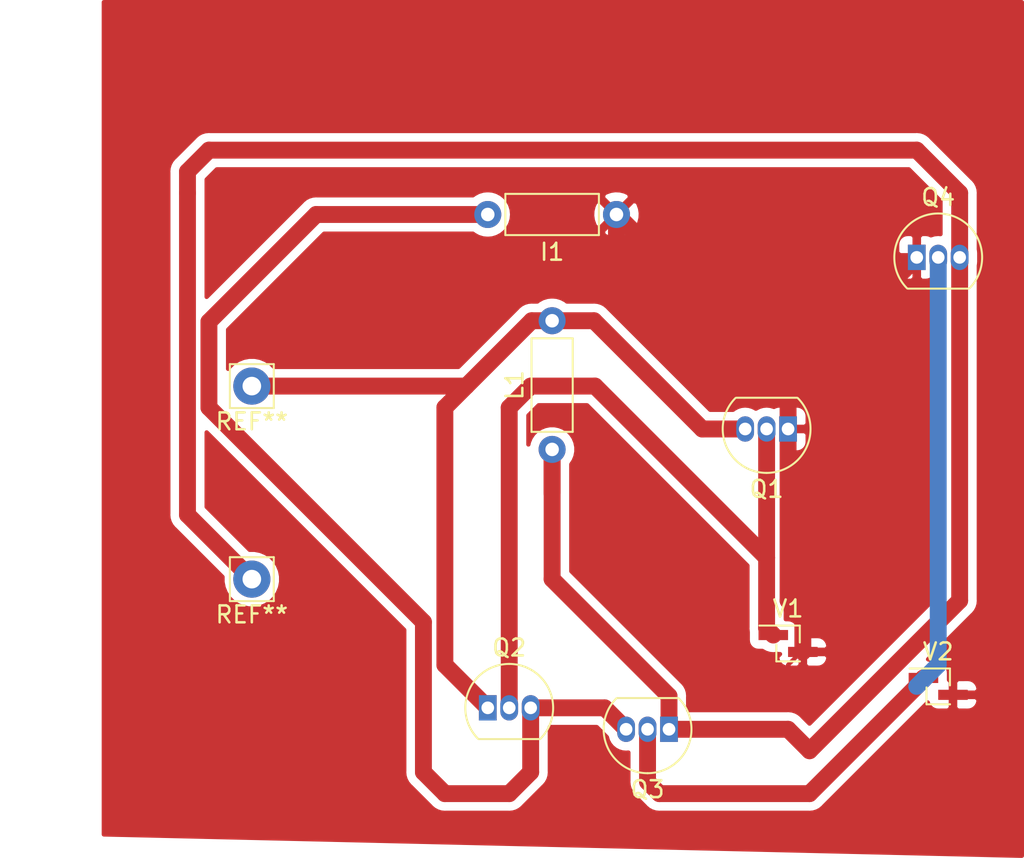
<source format=kicad_pcb>
(kicad_pcb (version 20171130) (host pcbnew "(5.1.4)-1")

  (general
    (thickness 1.6)
    (drawings 0)
    (tracks 57)
    (zones 0)
    (modules 10)
    (nets 7)
  )

  (page A4)
  (layers
    (0 F.Cu signal)
    (31 B.Cu signal)
    (32 B.Adhes user)
    (33 F.Adhes user)
    (34 B.Paste user)
    (35 F.Paste user)
    (36 B.SilkS user)
    (37 F.SilkS user)
    (38 B.Mask user)
    (39 F.Mask user)
    (40 Dwgs.User user)
    (41 Cmts.User user)
    (42 Eco1.User user)
    (43 Eco2.User user)
    (44 Edge.Cuts user)
    (45 Margin user)
    (46 B.CrtYd user)
    (47 F.CrtYd user)
    (48 B.Fab user)
    (49 F.Fab user)
  )

  (setup
    (last_trace_width 1)
    (user_trace_width 1)
    (trace_clearance 0.2)
    (zone_clearance 0.508)
    (zone_45_only no)
    (trace_min 0.2)
    (via_size 0.8)
    (via_drill 0.4)
    (via_min_size 0.4)
    (via_min_drill 0.3)
    (uvia_size 0.3)
    (uvia_drill 0.1)
    (uvias_allowed no)
    (uvia_min_size 0.2)
    (uvia_min_drill 0.1)
    (edge_width 0.05)
    (segment_width 0.2)
    (pcb_text_width 0.3)
    (pcb_text_size 1.5 1.5)
    (mod_edge_width 0.12)
    (mod_text_size 1 1)
    (mod_text_width 0.15)
    (pad_size 1.524 1.524)
    (pad_drill 0.762)
    (pad_to_mask_clearance 0.051)
    (solder_mask_min_width 0.25)
    (aux_axis_origin 0 0)
    (visible_elements FFFFFF7F)
    (pcbplotparams
      (layerselection 0x010fc_ffffffff)
      (usegerberextensions false)
      (usegerberattributes false)
      (usegerberadvancedattributes false)
      (creategerberjobfile false)
      (excludeedgelayer true)
      (linewidth 0.100000)
      (plotframeref false)
      (viasonmask false)
      (mode 1)
      (useauxorigin false)
      (hpglpennumber 1)
      (hpglpenspeed 20)
      (hpglpendiameter 15.000000)
      (psnegative false)
      (psa4output false)
      (plotreference true)
      (plotvalue true)
      (plotinvisibletext false)
      (padsonsilk false)
      (subtractmaskfromsilk false)
      (outputformat 1)
      (mirror false)
      (drillshape 1)
      (scaleselection 1)
      (outputdirectory ""))
  )

  (net 0 "")
  (net 1 "Net-(I1-Pad2)")
  (net 2 Earth)
  (net 3 "Net-(L1-Pad2)")
  (net 4 VAC)
  (net 5 "Net-(Q1-Pad2)")
  (net 6 "Net-(Q3-Pad2)")

  (net_class Default "Esta es la clase de red por defecto."
    (clearance 0.2)
    (trace_width 0.25)
    (via_dia 0.8)
    (via_drill 0.4)
    (uvia_dia 0.3)
    (uvia_drill 0.1)
    (add_net Earth)
    (add_net "Net-(I1-Pad2)")
    (add_net "Net-(L1-Pad2)")
    (add_net "Net-(Q1-Pad2)")
    (add_net "Net-(Q3-Pad2)")
    (add_net VAC)
  )

  (module Connector_Pin:Pin_D1.1mm_L8.5mm_W2.5mm_FlatFork (layer F.Cu) (tedit 5A1DC085) (tstamp 5D9A8ED6)
    (at 113.03 91.44)
    (descr "solder Pin_ with flat fork, hole diameter 1.1mm, length 8.5mm, width 2.5mm")
    (tags "solder Pin_ with flat fork")
    (fp_text reference REF** (at 0 2.1) (layer F.SilkS)
      (effects (font (size 1 1) (thickness 0.15)))
    )
    (fp_text value Pin_D1.1mm_L8.5mm_W2.5mm_FlatFork (at 0 -2.05) (layer F.Fab)
      (effects (font (size 1 1) (thickness 0.15)))
    )
    (fp_line (start 1.75 1.6) (end -1.75 1.6) (layer F.CrtYd) (width 0.05))
    (fp_line (start 1.75 1.6) (end 1.75 -1.6) (layer F.CrtYd) (width 0.05))
    (fp_line (start -1.75 -1.6) (end -1.75 1.6) (layer F.CrtYd) (width 0.05))
    (fp_line (start -1.75 -1.6) (end 1.75 -1.6) (layer F.CrtYd) (width 0.05))
    (fp_line (start 1.25 -0.25) (end -1.25 -0.25) (layer F.Fab) (width 0.12))
    (fp_line (start 1.25 0.25) (end 1.25 -0.25) (layer F.Fab) (width 0.12))
    (fp_line (start -1.25 0.25) (end 1.25 0.25) (layer F.Fab) (width 0.12))
    (fp_line (start -1.25 -0.25) (end -1.25 0.25) (layer F.Fab) (width 0.12))
    (fp_line (start -1.3 1.3) (end 1.3 1.3) (layer F.SilkS) (width 0.12))
    (fp_line (start 1.3 -1.3) (end 1.3 1.3) (layer F.SilkS) (width 0.12))
    (fp_line (start -1.3 -1.3) (end 1.3 -1.3) (layer F.SilkS) (width 0.12))
    (fp_line (start -1.3 1.3) (end -1.3 -1.3) (layer F.SilkS) (width 0.12))
    (fp_text user %R (at 0 2.1) (layer F.Fab)
      (effects (font (size 1 1) (thickness 0.15)))
    )
    (pad 1 thru_hole circle (at 0 0) (size 2.2 2.2) (drill 1.1) (layers *.Cu *.Mask))
    (model ${KISYS3DMOD}/Connector_Pin.3dshapes/Pin_D1.1mm_L8.5mm_W2.5mm_FlatFork.wrl
      (at (xyz 0 0 0))
      (scale (xyz 1 1 1))
      (rotate (xyz 0 0 0))
    )
  )

  (module Connector_Pin:Pin_D1.1mm_L8.5mm_W2.5mm_FlatFork (layer F.Cu) (tedit 5A1DC085) (tstamp 5D9A8E91)
    (at 113.03 80.01)
    (descr "solder Pin_ with flat fork, hole diameter 1.1mm, length 8.5mm, width 2.5mm")
    (tags "solder Pin_ with flat fork")
    (fp_text reference REF** (at 0 2.1) (layer F.SilkS)
      (effects (font (size 1 1) (thickness 0.15)))
    )
    (fp_text value Pin_D1.1mm_L8.5mm_W2.5mm_FlatFork (at 0 -2.05) (layer F.Fab)
      (effects (font (size 1 1) (thickness 0.15)))
    )
    (fp_line (start 1.75 1.6) (end -1.75 1.6) (layer F.CrtYd) (width 0.05))
    (fp_line (start 1.75 1.6) (end 1.75 -1.6) (layer F.CrtYd) (width 0.05))
    (fp_line (start -1.75 -1.6) (end -1.75 1.6) (layer F.CrtYd) (width 0.05))
    (fp_line (start -1.75 -1.6) (end 1.75 -1.6) (layer F.CrtYd) (width 0.05))
    (fp_line (start 1.25 -0.25) (end -1.25 -0.25) (layer F.Fab) (width 0.12))
    (fp_line (start 1.25 0.25) (end 1.25 -0.25) (layer F.Fab) (width 0.12))
    (fp_line (start -1.25 0.25) (end 1.25 0.25) (layer F.Fab) (width 0.12))
    (fp_line (start -1.25 -0.25) (end -1.25 0.25) (layer F.Fab) (width 0.12))
    (fp_line (start -1.3 1.3) (end 1.3 1.3) (layer F.SilkS) (width 0.12))
    (fp_line (start 1.3 -1.3) (end 1.3 1.3) (layer F.SilkS) (width 0.12))
    (fp_line (start -1.3 -1.3) (end 1.3 -1.3) (layer F.SilkS) (width 0.12))
    (fp_line (start -1.3 1.3) (end -1.3 -1.3) (layer F.SilkS) (width 0.12))
    (fp_text user %R (at 0 2.1) (layer F.Fab)
      (effects (font (size 1 1) (thickness 0.15)))
    )
    (pad 1 thru_hole circle (at 0 0) (size 2.2 2.2) (drill 1.1) (layers *.Cu *.Mask))
    (model ${KISYS3DMOD}/Connector_Pin.3dshapes/Pin_D1.1mm_L8.5mm_W2.5mm_FlatFork.wrl
      (at (xyz 0 0 0))
      (scale (xyz 1 1 1))
      (rotate (xyz 0 0 0))
    )
  )

  (module Connector_PinHeader_1.00mm:PinHeader_1x02_P1.00mm_Vertical_SMD_Pin1Left (layer F.Cu) (tedit 59FED738) (tstamp 5D9A8DA8)
    (at 153.67 97.79)
    (descr "surface-mounted straight pin header, 1x02, 1.00mm pitch, single row, style 1 (pin 1 left)")
    (tags "Surface mounted pin header SMD 1x02 1.00mm single row style1 pin1 left")
    (path /5D9A96F3)
    (attr smd)
    (fp_text reference V2 (at 0 -2.06) (layer F.SilkS)
      (effects (font (size 1 1) (thickness 0.15)))
    )
    (fp_text value VPULSE (at 0 2.06) (layer F.Fab)
      (effects (font (size 1 1) (thickness 0.15)))
    )
    (fp_text user %R (at 0 0 90) (layer F.Fab)
      (effects (font (size 1 1) (thickness 0.15)))
    )
    (fp_line (start 2.25 -1.5) (end -2.25 -1.5) (layer F.CrtYd) (width 0.05))
    (fp_line (start 2.25 1.5) (end 2.25 -1.5) (layer F.CrtYd) (width 0.05))
    (fp_line (start -2.25 1.5) (end 2.25 1.5) (layer F.CrtYd) (width 0.05))
    (fp_line (start -2.25 -1.5) (end -2.25 1.5) (layer F.CrtYd) (width 0.05))
    (fp_line (start -0.695 0.06) (end -0.695 1.06) (layer F.SilkS) (width 0.12))
    (fp_line (start 0.695 -1.06) (end 0.695 -0.06) (layer F.SilkS) (width 0.12))
    (fp_line (start 0.695 1.06) (end 0.695 1.06) (layer F.SilkS) (width 0.12))
    (fp_line (start -0.695 -1.06) (end -0.695 -1.06) (layer F.SilkS) (width 0.12))
    (fp_line (start -0.695 -1.06) (end -1.69 -1.06) (layer F.SilkS) (width 0.12))
    (fp_line (start -0.695 1.06) (end 0.695 1.06) (layer F.SilkS) (width 0.12))
    (fp_line (start -0.695 -1.06) (end 0.695 -1.06) (layer F.SilkS) (width 0.12))
    (fp_line (start 1.25 0.65) (end 0.635 0.65) (layer F.Fab) (width 0.1))
    (fp_line (start 1.25 0.35) (end 1.25 0.65) (layer F.Fab) (width 0.1))
    (fp_line (start 0.635 0.35) (end 1.25 0.35) (layer F.Fab) (width 0.1))
    (fp_line (start -1.25 -0.35) (end -0.635 -0.35) (layer F.Fab) (width 0.1))
    (fp_line (start -1.25 -0.65) (end -1.25 -0.35) (layer F.Fab) (width 0.1))
    (fp_line (start -0.635 -0.65) (end -1.25 -0.65) (layer F.Fab) (width 0.1))
    (fp_line (start 0.635 -1) (end 0.635 1) (layer F.Fab) (width 0.1))
    (fp_line (start -0.635 -0.65) (end -0.285 -1) (layer F.Fab) (width 0.1))
    (fp_line (start -0.635 1) (end -0.635 -0.65) (layer F.Fab) (width 0.1))
    (fp_line (start -0.285 -1) (end 0.635 -1) (layer F.Fab) (width 0.1))
    (fp_line (start 0.635 1) (end -0.635 1) (layer F.Fab) (width 0.1))
    (pad 2 smd rect (at 0.875 0.5) (size 1.75 0.6) (layers F.Cu F.Paste F.Mask)
      (net 2 Earth))
    (pad 1 smd rect (at -0.875 -0.5) (size 1.75 0.6) (layers F.Cu F.Paste F.Mask)
      (net 6 "Net-(Q3-Pad2)"))
    (model ${KISYS3DMOD}/Connector_PinHeader_1.00mm.3dshapes/PinHeader_1x02_P1.00mm_Vertical_SMD_Pin1Left.wrl
      (at (xyz 0 0 0))
      (scale (xyz 1 1 1))
      (rotate (xyz 0 0 0))
    )
  )

  (module Connector_PinHeader_1.00mm:PinHeader_1x02_P1.00mm_Vertical_SMD_Pin1Left (layer F.Cu) (tedit 59FED738) (tstamp 5D9A8D8B)
    (at 144.78 95.25)
    (descr "surface-mounted straight pin header, 1x02, 1.00mm pitch, single row, style 1 (pin 1 left)")
    (tags "Surface mounted pin header SMD 1x02 1.00mm single row style1 pin1 left")
    (path /5D9A791D)
    (attr smd)
    (fp_text reference V1 (at 0 -2.06) (layer F.SilkS)
      (effects (font (size 1 1) (thickness 0.15)))
    )
    (fp_text value VPULSE (at 0 2.06) (layer F.Fab)
      (effects (font (size 1 1) (thickness 0.15)))
    )
    (fp_text user %R (at 0 0 90) (layer F.Fab)
      (effects (font (size 1 1) (thickness 0.15)))
    )
    (fp_line (start 2.25 -1.5) (end -2.25 -1.5) (layer F.CrtYd) (width 0.05))
    (fp_line (start 2.25 1.5) (end 2.25 -1.5) (layer F.CrtYd) (width 0.05))
    (fp_line (start -2.25 1.5) (end 2.25 1.5) (layer F.CrtYd) (width 0.05))
    (fp_line (start -2.25 -1.5) (end -2.25 1.5) (layer F.CrtYd) (width 0.05))
    (fp_line (start -0.695 0.06) (end -0.695 1.06) (layer F.SilkS) (width 0.12))
    (fp_line (start 0.695 -1.06) (end 0.695 -0.06) (layer F.SilkS) (width 0.12))
    (fp_line (start 0.695 1.06) (end 0.695 1.06) (layer F.SilkS) (width 0.12))
    (fp_line (start -0.695 -1.06) (end -0.695 -1.06) (layer F.SilkS) (width 0.12))
    (fp_line (start -0.695 -1.06) (end -1.69 -1.06) (layer F.SilkS) (width 0.12))
    (fp_line (start -0.695 1.06) (end 0.695 1.06) (layer F.SilkS) (width 0.12))
    (fp_line (start -0.695 -1.06) (end 0.695 -1.06) (layer F.SilkS) (width 0.12))
    (fp_line (start 1.25 0.65) (end 0.635 0.65) (layer F.Fab) (width 0.1))
    (fp_line (start 1.25 0.35) (end 1.25 0.65) (layer F.Fab) (width 0.1))
    (fp_line (start 0.635 0.35) (end 1.25 0.35) (layer F.Fab) (width 0.1))
    (fp_line (start -1.25 -0.35) (end -0.635 -0.35) (layer F.Fab) (width 0.1))
    (fp_line (start -1.25 -0.65) (end -1.25 -0.35) (layer F.Fab) (width 0.1))
    (fp_line (start -0.635 -0.65) (end -1.25 -0.65) (layer F.Fab) (width 0.1))
    (fp_line (start 0.635 -1) (end 0.635 1) (layer F.Fab) (width 0.1))
    (fp_line (start -0.635 -0.65) (end -0.285 -1) (layer F.Fab) (width 0.1))
    (fp_line (start -0.635 1) (end -0.635 -0.65) (layer F.Fab) (width 0.1))
    (fp_line (start -0.285 -1) (end 0.635 -1) (layer F.Fab) (width 0.1))
    (fp_line (start 0.635 1) (end -0.635 1) (layer F.Fab) (width 0.1))
    (pad 2 smd rect (at 0.875 0.5) (size 1.75 0.6) (layers F.Cu F.Paste F.Mask)
      (net 2 Earth))
    (pad 1 smd rect (at -0.875 -0.5) (size 1.75 0.6) (layers F.Cu F.Paste F.Mask)
      (net 5 "Net-(Q1-Pad2)"))
    (model ${KISYS3DMOD}/Connector_PinHeader_1.00mm.3dshapes/PinHeader_1x02_P1.00mm_Vertical_SMD_Pin1Left.wrl
      (at (xyz 0 0 0))
      (scale (xyz 1 1 1))
      (rotate (xyz 0 0 0))
    )
  )

  (module Package_TO_SOT_THT:TO-92_Inline (layer F.Cu) (tedit 5A1DD157) (tstamp 5D9A8D6E)
    (at 152.4 72.39)
    (descr "TO-92 leads in-line, narrow, oval pads, drill 0.75mm (see NXP sot054_po.pdf)")
    (tags "to-92 sc-43 sc-43a sot54 PA33 transistor")
    (path /5D9A8CDD)
    (fp_text reference Q4 (at 1.27 -3.56) (layer F.SilkS)
      (effects (font (size 1 1) (thickness 0.15)))
    )
    (fp_text value BT169B (at 1.27 2.79) (layer F.Fab)
      (effects (font (size 1 1) (thickness 0.15)))
    )
    (fp_arc (start 1.27 0) (end 1.27 -2.6) (angle 135) (layer F.SilkS) (width 0.12))
    (fp_arc (start 1.27 0) (end 1.27 -2.48) (angle -135) (layer F.Fab) (width 0.1))
    (fp_arc (start 1.27 0) (end 1.27 -2.6) (angle -135) (layer F.SilkS) (width 0.12))
    (fp_arc (start 1.27 0) (end 1.27 -2.48) (angle 135) (layer F.Fab) (width 0.1))
    (fp_line (start 4 2.01) (end -1.46 2.01) (layer F.CrtYd) (width 0.05))
    (fp_line (start 4 2.01) (end 4 -2.73) (layer F.CrtYd) (width 0.05))
    (fp_line (start -1.46 -2.73) (end -1.46 2.01) (layer F.CrtYd) (width 0.05))
    (fp_line (start -1.46 -2.73) (end 4 -2.73) (layer F.CrtYd) (width 0.05))
    (fp_line (start -0.5 1.75) (end 3 1.75) (layer F.Fab) (width 0.1))
    (fp_line (start -0.53 1.85) (end 3.07 1.85) (layer F.SilkS) (width 0.12))
    (fp_text user %R (at 1.27 -3.56) (layer F.Fab)
      (effects (font (size 1 1) (thickness 0.15)))
    )
    (pad 1 thru_hole rect (at 0 0) (size 1.05 1.5) (drill 0.75) (layers *.Cu *.Mask)
      (net 2 Earth))
    (pad 3 thru_hole oval (at 2.54 0) (size 1.05 1.5) (drill 0.75) (layers *.Cu *.Mask)
      (net 4 VAC))
    (pad 2 thru_hole oval (at 1.27 0) (size 1.05 1.5) (drill 0.75) (layers *.Cu *.Mask)
      (net 6 "Net-(Q3-Pad2)"))
    (model ${KISYS3DMOD}/Package_TO_SOT_THT.3dshapes/TO-92_Inline.wrl
      (at (xyz 0 0 0))
      (scale (xyz 1 1 1))
      (rotate (xyz 0 0 0))
    )
  )

  (module Package_TO_SOT_THT:TO-92_Inline (layer F.Cu) (tedit 5A1DD157) (tstamp 5D9A8D5C)
    (at 137.73 100.33 180)
    (descr "TO-92 leads in-line, narrow, oval pads, drill 0.75mm (see NXP sot054_po.pdf)")
    (tags "to-92 sc-43 sc-43a sot54 PA33 transistor")
    (path /5D9A7FF9)
    (fp_text reference Q3 (at 1.27 -3.56) (layer F.SilkS)
      (effects (font (size 1 1) (thickness 0.15)))
    )
    (fp_text value BT169B (at 1.27 2.79) (layer F.Fab)
      (effects (font (size 1 1) (thickness 0.15)))
    )
    (fp_arc (start 1.27 0) (end 1.27 -2.6) (angle 135) (layer F.SilkS) (width 0.12))
    (fp_arc (start 1.27 0) (end 1.27 -2.48) (angle -135) (layer F.Fab) (width 0.1))
    (fp_arc (start 1.27 0) (end 1.27 -2.6) (angle -135) (layer F.SilkS) (width 0.12))
    (fp_arc (start 1.27 0) (end 1.27 -2.48) (angle 135) (layer F.Fab) (width 0.1))
    (fp_line (start 4 2.01) (end -1.46 2.01) (layer F.CrtYd) (width 0.05))
    (fp_line (start 4 2.01) (end 4 -2.73) (layer F.CrtYd) (width 0.05))
    (fp_line (start -1.46 -2.73) (end -1.46 2.01) (layer F.CrtYd) (width 0.05))
    (fp_line (start -1.46 -2.73) (end 4 -2.73) (layer F.CrtYd) (width 0.05))
    (fp_line (start -0.5 1.75) (end 3 1.75) (layer F.Fab) (width 0.1))
    (fp_line (start -0.53 1.85) (end 3.07 1.85) (layer F.SilkS) (width 0.12))
    (fp_text user %R (at 1.27 -3.56) (layer F.Fab)
      (effects (font (size 1 1) (thickness 0.15)))
    )
    (pad 1 thru_hole rect (at 0 0 180) (size 1.05 1.5) (drill 0.75) (layers *.Cu *.Mask)
      (net 4 VAC))
    (pad 3 thru_hole oval (at 2.54 0 180) (size 1.05 1.5) (drill 0.75) (layers *.Cu *.Mask)
      (net 1 "Net-(I1-Pad2)"))
    (pad 2 thru_hole oval (at 1.27 0 180) (size 1.05 1.5) (drill 0.75) (layers *.Cu *.Mask)
      (net 6 "Net-(Q3-Pad2)"))
    (model ${KISYS3DMOD}/Package_TO_SOT_THT.3dshapes/TO-92_Inline.wrl
      (at (xyz 0 0 0))
      (scale (xyz 1 1 1))
      (rotate (xyz 0 0 0))
    )
  )

  (module Package_TO_SOT_THT:TO-92_Inline (layer F.Cu) (tedit 5A1DD157) (tstamp 5D9A8D4A)
    (at 127 99.06)
    (descr "TO-92 leads in-line, narrow, oval pads, drill 0.75mm (see NXP sot054_po.pdf)")
    (tags "to-92 sc-43 sc-43a sot54 PA33 transistor")
    (path /5D9A7ABC)
    (fp_text reference Q2 (at 1.27 -3.56) (layer F.SilkS)
      (effects (font (size 1 1) (thickness 0.15)))
    )
    (fp_text value BT169B (at 1.27 2.79) (layer F.Fab)
      (effects (font (size 1 1) (thickness 0.15)))
    )
    (fp_arc (start 1.27 0) (end 1.27 -2.6) (angle 135) (layer F.SilkS) (width 0.12))
    (fp_arc (start 1.27 0) (end 1.27 -2.48) (angle -135) (layer F.Fab) (width 0.1))
    (fp_arc (start 1.27 0) (end 1.27 -2.6) (angle -135) (layer F.SilkS) (width 0.12))
    (fp_arc (start 1.27 0) (end 1.27 -2.48) (angle 135) (layer F.Fab) (width 0.1))
    (fp_line (start 4 2.01) (end -1.46 2.01) (layer F.CrtYd) (width 0.05))
    (fp_line (start 4 2.01) (end 4 -2.73) (layer F.CrtYd) (width 0.05))
    (fp_line (start -1.46 -2.73) (end -1.46 2.01) (layer F.CrtYd) (width 0.05))
    (fp_line (start -1.46 -2.73) (end 4 -2.73) (layer F.CrtYd) (width 0.05))
    (fp_line (start -0.5 1.75) (end 3 1.75) (layer F.Fab) (width 0.1))
    (fp_line (start -0.53 1.85) (end 3.07 1.85) (layer F.SilkS) (width 0.12))
    (fp_text user %R (at 1.27 -3.56) (layer F.Fab)
      (effects (font (size 1 1) (thickness 0.15)))
    )
    (pad 1 thru_hole rect (at 0 0) (size 1.05 1.5) (drill 0.75) (layers *.Cu *.Mask)
      (net 3 "Net-(L1-Pad2)"))
    (pad 3 thru_hole oval (at 2.54 0) (size 1.05 1.5) (drill 0.75) (layers *.Cu *.Mask)
      (net 1 "Net-(I1-Pad2)"))
    (pad 2 thru_hole oval (at 1.27 0) (size 1.05 1.5) (drill 0.75) (layers *.Cu *.Mask)
      (net 5 "Net-(Q1-Pad2)"))
    (model ${KISYS3DMOD}/Package_TO_SOT_THT.3dshapes/TO-92_Inline.wrl
      (at (xyz 0 0 0))
      (scale (xyz 1 1 1))
      (rotate (xyz 0 0 0))
    )
  )

  (module Package_TO_SOT_THT:TO-92_Inline (layer F.Cu) (tedit 5A1DD157) (tstamp 5D9A8D38)
    (at 144.78 82.55 180)
    (descr "TO-92 leads in-line, narrow, oval pads, drill 0.75mm (see NXP sot054_po.pdf)")
    (tags "to-92 sc-43 sc-43a sot54 PA33 transistor")
    (path /5D9A8ADA)
    (fp_text reference Q1 (at 1.27 -3.56) (layer F.SilkS)
      (effects (font (size 1 1) (thickness 0.15)))
    )
    (fp_text value BT169B (at 1.27 2.79) (layer F.Fab)
      (effects (font (size 1 1) (thickness 0.15)))
    )
    (fp_arc (start 1.27 0) (end 1.27 -2.6) (angle 135) (layer F.SilkS) (width 0.12))
    (fp_arc (start 1.27 0) (end 1.27 -2.48) (angle -135) (layer F.Fab) (width 0.1))
    (fp_arc (start 1.27 0) (end 1.27 -2.6) (angle -135) (layer F.SilkS) (width 0.12))
    (fp_arc (start 1.27 0) (end 1.27 -2.48) (angle 135) (layer F.Fab) (width 0.1))
    (fp_line (start 4 2.01) (end -1.46 2.01) (layer F.CrtYd) (width 0.05))
    (fp_line (start 4 2.01) (end 4 -2.73) (layer F.CrtYd) (width 0.05))
    (fp_line (start -1.46 -2.73) (end -1.46 2.01) (layer F.CrtYd) (width 0.05))
    (fp_line (start -1.46 -2.73) (end 4 -2.73) (layer F.CrtYd) (width 0.05))
    (fp_line (start -0.5 1.75) (end 3 1.75) (layer F.Fab) (width 0.1))
    (fp_line (start -0.53 1.85) (end 3.07 1.85) (layer F.SilkS) (width 0.12))
    (fp_text user %R (at 1.27 -3.56) (layer F.Fab)
      (effects (font (size 1 1) (thickness 0.15)))
    )
    (pad 1 thru_hole rect (at 0 0 180) (size 1.05 1.5) (drill 0.75) (layers *.Cu *.Mask)
      (net 2 Earth))
    (pad 3 thru_hole oval (at 2.54 0 180) (size 1.05 1.5) (drill 0.75) (layers *.Cu *.Mask)
      (net 3 "Net-(L1-Pad2)"))
    (pad 2 thru_hole oval (at 1.27 0 180) (size 1.05 1.5) (drill 0.75) (layers *.Cu *.Mask)
      (net 5 "Net-(Q1-Pad2)"))
    (model ${KISYS3DMOD}/Package_TO_SOT_THT.3dshapes/TO-92_Inline.wrl
      (at (xyz 0 0 0))
      (scale (xyz 1 1 1))
      (rotate (xyz 0 0 0))
    )
  )

  (module Inductor_THT:L_Axial_L5.3mm_D2.2mm_P7.62mm_Horizontal_Vishay_IM-1 (layer F.Cu) (tedit 5AE59B05) (tstamp 5D9A8D26)
    (at 130.81 83.76 90)
    (descr "Inductor, Axial series, Axial, Horizontal, pin pitch=7.62mm, , length*diameter=5.3*2.2mm^2, Vishay, IM-1, http://www.vishay.com/docs/34030/im.pdf")
    (tags "Inductor Axial series Axial Horizontal pin pitch 7.62mm  length 5.3mm diameter 2.2mm Vishay IM-1")
    (path /5D9A74F3)
    (fp_text reference L1 (at 3.81 -2.22 90) (layer F.SilkS)
      (effects (font (size 1 1) (thickness 0.15)))
    )
    (fp_text value L (at 3.81 2.22 90) (layer F.Fab)
      (effects (font (size 1 1) (thickness 0.15)))
    )
    (fp_text user %R (at 3.81 0 90) (layer F.Fab)
      (effects (font (size 1 1) (thickness 0.15)))
    )
    (fp_line (start 8.67 -1.35) (end -1.05 -1.35) (layer F.CrtYd) (width 0.05))
    (fp_line (start 8.67 1.35) (end 8.67 -1.35) (layer F.CrtYd) (width 0.05))
    (fp_line (start -1.05 1.35) (end 8.67 1.35) (layer F.CrtYd) (width 0.05))
    (fp_line (start -1.05 -1.35) (end -1.05 1.35) (layer F.CrtYd) (width 0.05))
    (fp_line (start 6.58 -1.22) (end 1.04 -1.22) (layer F.SilkS) (width 0.12))
    (fp_line (start 6.58 1.22) (end 6.58 -1.22) (layer F.SilkS) (width 0.12))
    (fp_line (start 1.04 1.22) (end 6.58 1.22) (layer F.SilkS) (width 0.12))
    (fp_line (start 1.04 -1.22) (end 1.04 1.22) (layer F.SilkS) (width 0.12))
    (fp_line (start 7.62 0) (end 6.46 0) (layer F.Fab) (width 0.1))
    (fp_line (start 0 0) (end 1.16 0) (layer F.Fab) (width 0.1))
    (fp_line (start 6.46 -1.1) (end 1.16 -1.1) (layer F.Fab) (width 0.1))
    (fp_line (start 6.46 1.1) (end 6.46 -1.1) (layer F.Fab) (width 0.1))
    (fp_line (start 1.16 1.1) (end 6.46 1.1) (layer F.Fab) (width 0.1))
    (fp_line (start 1.16 -1.1) (end 1.16 1.1) (layer F.Fab) (width 0.1))
    (pad 2 thru_hole oval (at 7.62 0 90) (size 1.6 1.6) (drill 0.8) (layers *.Cu *.Mask)
      (net 3 "Net-(L1-Pad2)"))
    (pad 1 thru_hole circle (at 0 0 90) (size 1.6 1.6) (drill 0.8) (layers *.Cu *.Mask)
      (net 4 VAC))
    (model ${KISYS3DMOD}/Inductor_THT.3dshapes/L_Axial_L5.3mm_D2.2mm_P7.62mm_Horizontal_Vishay_IM-1.wrl
      (at (xyz 0 0 0))
      (scale (xyz 1 1 1))
      (rotate (xyz 0 0 0))
    )
  )

  (module Inductor_THT:L_Axial_L5.3mm_D2.2mm_P7.62mm_Horizontal_Vishay_IM-1 (layer F.Cu) (tedit 5AE59B05) (tstamp 5D9A8D11)
    (at 134.62 69.85 180)
    (descr "Inductor, Axial series, Axial, Horizontal, pin pitch=7.62mm, , length*diameter=5.3*2.2mm^2, Vishay, IM-1, http://www.vishay.com/docs/34030/im.pdf")
    (tags "Inductor Axial series Axial Horizontal pin pitch 7.62mm  length 5.3mm diameter 2.2mm Vishay IM-1")
    (path /5D9A9292)
    (fp_text reference I1 (at 3.81 -2.22) (layer F.SilkS)
      (effects (font (size 1 1) (thickness 0.15)))
    )
    (fp_text value ISOURCE (at 3.81 2.22) (layer F.Fab)
      (effects (font (size 1 1) (thickness 0.15)))
    )
    (fp_text user %R (at 3.81 0) (layer F.Fab)
      (effects (font (size 1 1) (thickness 0.15)))
    )
    (fp_line (start 8.67 -1.35) (end -1.05 -1.35) (layer F.CrtYd) (width 0.05))
    (fp_line (start 8.67 1.35) (end 8.67 -1.35) (layer F.CrtYd) (width 0.05))
    (fp_line (start -1.05 1.35) (end 8.67 1.35) (layer F.CrtYd) (width 0.05))
    (fp_line (start -1.05 -1.35) (end -1.05 1.35) (layer F.CrtYd) (width 0.05))
    (fp_line (start 6.58 -1.22) (end 1.04 -1.22) (layer F.SilkS) (width 0.12))
    (fp_line (start 6.58 1.22) (end 6.58 -1.22) (layer F.SilkS) (width 0.12))
    (fp_line (start 1.04 1.22) (end 6.58 1.22) (layer F.SilkS) (width 0.12))
    (fp_line (start 1.04 -1.22) (end 1.04 1.22) (layer F.SilkS) (width 0.12))
    (fp_line (start 7.62 0) (end 6.46 0) (layer F.Fab) (width 0.1))
    (fp_line (start 0 0) (end 1.16 0) (layer F.Fab) (width 0.1))
    (fp_line (start 6.46 -1.1) (end 1.16 -1.1) (layer F.Fab) (width 0.1))
    (fp_line (start 6.46 1.1) (end 6.46 -1.1) (layer F.Fab) (width 0.1))
    (fp_line (start 1.16 1.1) (end 6.46 1.1) (layer F.Fab) (width 0.1))
    (fp_line (start 1.16 -1.1) (end 1.16 1.1) (layer F.Fab) (width 0.1))
    (pad 2 thru_hole oval (at 7.62 0 180) (size 1.6 1.6) (drill 0.8) (layers *.Cu *.Mask)
      (net 1 "Net-(I1-Pad2)"))
    (pad 1 thru_hole circle (at 0 0 180) (size 1.6 1.6) (drill 0.8) (layers *.Cu *.Mask)
      (net 2 Earth))
    (model ${KISYS3DMOD}/Inductor_THT.3dshapes/L_Axial_L5.3mm_D2.2mm_P7.62mm_Horizontal_Vishay_IM-1.wrl
      (at (xyz 0 0 0))
      (scale (xyz 1 1 1))
      (rotate (xyz 0 0 0))
    )
  )

  (segment (start 113.03 91.44) (end 109.22 87.63) (width 1) (layer F.Cu) (net 0))
  (segment (start 109.22 87.63) (end 109.22 68.58) (width 1) (layer F.Cu) (net 0))
  (segment (start 109.22 68.58) (end 109.22 67.31) (width 1) (layer F.Cu) (net 0))
  (segment (start 109.22 67.31) (end 110.49 66.04) (width 1) (layer F.Cu) (net 0))
  (segment (start 110.49 66.04) (end 152.4 66.04) (width 1) (layer F.Cu) (net 0))
  (segment (start 152.4 66.04) (end 154.94 68.58) (width 1) (layer F.Cu) (net 0))
  (segment (start 113.03 80.01) (end 125.73 80.01) (width 1) (layer F.Cu) (net 0))
  (segment (start 127 69.85) (end 116.84 69.85) (width 1) (layer F.Cu) (net 1))
  (segment (start 116.84 69.85) (end 110.49 76.2) (width 1) (layer F.Cu) (net 1))
  (segment (start 110.49 76.2) (end 110.49 81.28) (width 1) (layer F.Cu) (net 1))
  (segment (start 110.49 81.28) (end 123.19 93.98) (width 1) (layer F.Cu) (net 1))
  (segment (start 123.19 93.98) (end 123.19 102.87) (width 1) (layer F.Cu) (net 1))
  (segment (start 123.19 102.87) (end 124.46 104.14) (width 1) (layer F.Cu) (net 1))
  (segment (start 124.46 104.14) (end 128.27 104.14) (width 1) (layer F.Cu) (net 1))
  (segment (start 129.54 102.87) (end 129.54 99.06) (width 1) (layer F.Cu) (net 1))
  (segment (start 128.27 104.14) (end 129.54 102.87) (width 1) (layer F.Cu) (net 1))
  (segment (start 133.92 99.06) (end 135.19 100.33) (width 1) (layer F.Cu) (net 1))
  (segment (start 129.54 99.06) (end 133.92 99.06) (width 1) (layer F.Cu) (net 1))
  (segment (start 134.62 69.85) (end 134.62 71.12) (width 1) (layer F.Cu) (net 2))
  (segment (start 144.78 80.01) (end 134.62 69.85) (width 1) (layer F.Cu) (net 2))
  (segment (start 144.78 82.55) (end 144.78 80.01) (width 1) (layer F.Cu) (net 2))
  (segment (start 152.4 72.39) (end 144.78 80.01) (width 1) (layer F.Cu) (net 2))
  (segment (start 144.78 82.55) (end 144.78 92.71) (width 1) (layer F.Cu) (net 2))
  (segment (start 145.655 93.585) (end 145.655 95.75) (width 1) (layer F.Cu) (net 2))
  (segment (start 144.78 92.71) (end 145.655 93.585) (width 1) (layer F.Cu) (net 2))
  (segment (start 145.655 95.75) (end 145.55 95.75) (width 0.25) (layer F.Cu) (net 2))
  (segment (start 145.55 95.75) (end 144.78 96.52) (width 0.25) (layer F.Cu) (net 2))
  (segment (start 129.6 76.14) (end 130.81 76.14) (width 1) (layer F.Cu) (net 3))
  (segment (start 124.46 81.28) (end 129.6 76.14) (width 1) (layer F.Cu) (net 3))
  (segment (start 127 99.06) (end 124.46 96.52) (width 1) (layer F.Cu) (net 3))
  (segment (start 124.46 96.52) (end 124.46 81.28) (width 1) (layer F.Cu) (net 3))
  (segment (start 130.81 76.14) (end 133.29 76.14) (width 1) (layer F.Cu) (net 3))
  (segment (start 133.29 76.14) (end 139.7 82.55) (width 1) (layer F.Cu) (net 3))
  (segment (start 139.7 82.55) (end 142.24 82.55) (width 1) (layer F.Cu) (net 3))
  (segment (start 130.81 83.76) (end 130.81 91.44) (width 1) (layer F.Cu) (net 4))
  (segment (start 137.73 98.36) (end 137.73 100.33) (width 1) (layer F.Cu) (net 4))
  (segment (start 130.81 91.44) (end 137.73 98.36) (width 1) (layer F.Cu) (net 4))
  (segment (start 130.81 83.76) (end 130.81 86.36) (width 1) (layer F.Cu) (net 4))
  (segment (start 144.78 100.33) (end 137.73 100.33) (width 1) (layer F.Cu) (net 4))
  (segment (start 146.05 101.6) (end 144.78 100.33) (width 1) (layer F.Cu) (net 4))
  (segment (start 154.94 72.39) (end 154.94 92.71) (width 1) (layer F.Cu) (net 4))
  (segment (start 154.94 92.71) (end 146.05 101.6) (width 1) (layer F.Cu) (net 4))
  (segment (start 154.94 68.58) (end 154.94 72.39) (width 1) (layer F.Cu) (net 4))
  (segment (start 143.51 94.355) (end 143.905 94.75) (width 1) (layer F.Cu) (net 5))
  (segment (start 143.51 90.17) (end 143.51 94.355) (width 1) (layer F.Cu) (net 5))
  (segment (start 133.35 80.01) (end 143.51 90.17) (width 1) (layer F.Cu) (net 5))
  (segment (start 129.54 80.01) (end 133.35 80.01) (width 1) (layer F.Cu) (net 5))
  (segment (start 128.27 99.06) (end 128.27 81.28) (width 1) (layer F.Cu) (net 5))
  (segment (start 128.27 81.28) (end 129.54 80.01) (width 1) (layer F.Cu) (net 5))
  (segment (start 143.51 82.55) (end 143.51 90.17) (width 1) (layer F.Cu) (net 5))
  (segment (start 136.46 100.33) (end 136.46 103.44) (width 1) (layer F.Cu) (net 6))
  (segment (start 136.46 103.44) (end 137.16 104.14) (width 1) (layer F.Cu) (net 6))
  (segment (start 137.16 104.14) (end 146.05 104.14) (width 1) (layer F.Cu) (net 6))
  (segment (start 152.795 97.395) (end 152.795 97.29) (width 1) (layer F.Cu) (net 6))
  (segment (start 146.05 104.14) (end 152.795 97.395) (width 1) (layer F.Cu) (net 6))
  (segment (start 153.67 72.39) (end 153.67 96.52) (width 1) (layer B.Cu) (net 6))
  (segment (start 153.67 96.52) (end 152.4 97.79) (width 1) (layer B.Cu) (net 6))

  (zone (net 2) (net_name Earth) (layer F.Cu) (tstamp 0) (hatch edge 0.508)
    (connect_pads (clearance 0.508))
    (min_thickness 0.254)
    (fill yes (arc_segments 32) (thermal_gap 0.508) (thermal_bridge_width 0.508))
    (polygon
      (pts
        (xy 104.14 57.15) (xy 158.75 57.15) (xy 158.75 107.95) (xy 104.14 106.68)
      )
    )
    (filled_polygon
      (pts
        (xy 158.623 107.820012) (xy 104.267 106.555919) (xy 104.267 67.31) (xy 108.079509 67.31) (xy 108.085 67.365751)
        (xy 108.085 68.635751) (xy 108.085001 68.635761) (xy 108.085 87.574249) (xy 108.079509 87.63) (xy 108.085 87.685751)
        (xy 108.101423 87.852498) (xy 108.166324 88.066446) (xy 108.271716 88.263623) (xy 108.413551 88.436449) (xy 108.456865 88.471996)
        (xy 111.295 91.310133) (xy 111.295 91.610883) (xy 111.361675 91.946081) (xy 111.492463 92.261831) (xy 111.682337 92.545998)
        (xy 111.924002 92.787663) (xy 112.208169 92.977537) (xy 112.523919 93.108325) (xy 112.859117 93.175) (xy 113.200883 93.175)
        (xy 113.536081 93.108325) (xy 113.851831 92.977537) (xy 114.135998 92.787663) (xy 114.377663 92.545998) (xy 114.567537 92.261831)
        (xy 114.698325 91.946081) (xy 114.765 91.610883) (xy 114.765 91.269117) (xy 114.698325 90.933919) (xy 114.567537 90.618169)
        (xy 114.377663 90.334002) (xy 114.135998 90.092337) (xy 113.851831 89.902463) (xy 113.536081 89.771675) (xy 113.200883 89.705)
        (xy 112.900133 89.705) (xy 110.355 87.159869) (xy 110.355 82.750131) (xy 122.055 94.450132) (xy 122.055001 102.814239)
        (xy 122.049509 102.87) (xy 122.071423 103.092498) (xy 122.136324 103.306446) (xy 122.136325 103.306447) (xy 122.241717 103.503623)
        (xy 122.383552 103.676449) (xy 122.42686 103.711991) (xy 123.618008 104.90314) (xy 123.653551 104.946449) (xy 123.826377 105.088284)
        (xy 124.023553 105.193676) (xy 124.187705 105.243471) (xy 124.2375 105.258577) (xy 124.258493 105.260644) (xy 124.404248 105.275)
        (xy 124.404255 105.275) (xy 124.459999 105.28049) (xy 124.515743 105.275) (xy 128.214249 105.275) (xy 128.27 105.280491)
        (xy 128.325751 105.275) (xy 128.325752 105.275) (xy 128.492499 105.258577) (xy 128.706447 105.193676) (xy 128.903623 105.088284)
        (xy 129.076449 104.946449) (xy 129.111996 104.903135) (xy 130.30314 103.711992) (xy 130.346449 103.676449) (xy 130.488284 103.503623)
        (xy 130.593676 103.306447) (xy 130.658577 103.092499) (xy 130.675 102.925752) (xy 130.675 102.925745) (xy 130.68049 102.870001)
        (xy 130.675 102.814257) (xy 130.675 100.195) (xy 133.449869 100.195) (xy 134.050929 100.796061) (xy 134.113115 101.001059)
        (xy 134.220829 101.202578) (xy 134.365788 101.379212) (xy 134.542421 101.524171) (xy 134.74394 101.631885) (xy 134.9626 101.698215)
        (xy 135.19 101.720612) (xy 135.325 101.707316) (xy 135.325001 103.384239) (xy 135.319509 103.44) (xy 135.341423 103.662498)
        (xy 135.406324 103.876446) (xy 135.428269 103.917502) (xy 135.511717 104.073623) (xy 135.653552 104.246449) (xy 135.69686 104.281991)
        (xy 136.318004 104.903135) (xy 136.353551 104.946449) (xy 136.526377 105.088284) (xy 136.723553 105.193676) (xy 136.937501 105.258577)
        (xy 137.104248 105.275) (xy 137.104257 105.275) (xy 137.159999 105.28049) (xy 137.215741 105.275) (xy 145.994249 105.275)
        (xy 146.05 105.280491) (xy 146.105751 105.275) (xy 146.105752 105.275) (xy 146.272499 105.258577) (xy 146.486447 105.193676)
        (xy 146.683623 105.088284) (xy 146.856449 104.946449) (xy 146.891996 104.903135) (xy 153.052674 98.742458) (xy 153.080498 98.83418)
        (xy 153.139463 98.944494) (xy 153.218815 99.041185) (xy 153.315506 99.120537) (xy 153.42582 99.179502) (xy 153.545518 99.215812)
        (xy 153.67 99.228072) (xy 154.25925 99.225) (xy 154.418 99.06625) (xy 154.418 98.417) (xy 154.672 98.417)
        (xy 154.672 99.06625) (xy 154.83075 99.225) (xy 155.42 99.228072) (xy 155.544482 99.215812) (xy 155.66418 99.179502)
        (xy 155.774494 99.120537) (xy 155.871185 99.041185) (xy 155.950537 98.944494) (xy 156.009502 98.83418) (xy 156.045812 98.714482)
        (xy 156.058072 98.59) (xy 156.055 98.57575) (xy 155.89625 98.417) (xy 154.672 98.417) (xy 154.418 98.417)
        (xy 154.398 98.417) (xy 154.398 98.163) (xy 154.418 98.163) (xy 154.418 97.51375) (xy 154.672 97.51375)
        (xy 154.672 98.163) (xy 155.89625 98.163) (xy 156.055 98.00425) (xy 156.058072 97.99) (xy 156.045812 97.865518)
        (xy 156.009502 97.74582) (xy 155.950537 97.635506) (xy 155.871185 97.538815) (xy 155.774494 97.459463) (xy 155.66418 97.400498)
        (xy 155.544482 97.364188) (xy 155.42 97.351928) (xy 154.83075 97.355) (xy 154.672 97.51375) (xy 154.418 97.51375)
        (xy 154.308072 97.403822) (xy 154.308072 96.99) (xy 154.295812 96.865518) (xy 154.259502 96.74582) (xy 154.200537 96.635506)
        (xy 154.121185 96.538815) (xy 154.024494 96.459463) (xy 153.91418 96.400498) (xy 153.794482 96.364188) (xy 153.67 96.351928)
        (xy 153.441066 96.351928) (xy 153.428623 96.341716) (xy 153.231447 96.236324) (xy 153.068299 96.186833) (xy 155.703146 93.551987)
        (xy 155.746449 93.516449) (xy 155.888284 93.343623) (xy 155.993676 93.146447) (xy 156.058577 92.932499) (xy 156.075 92.765752)
        (xy 156.080491 92.71) (xy 156.075 92.654248) (xy 156.075 72.86948) (xy 156.083215 72.842399) (xy 156.1 72.671978)
        (xy 156.1 72.108021) (xy 156.083215 71.9376) (xy 156.075 71.910519) (xy 156.075 68.635741) (xy 156.08049 68.579999)
        (xy 156.075 68.524257) (xy 156.075 68.524248) (xy 156.058577 68.357501) (xy 155.993676 68.143553) (xy 155.888284 67.946377)
        (xy 155.746449 67.773551) (xy 155.703141 67.738009) (xy 153.241996 65.276865) (xy 153.206449 65.233551) (xy 153.033623 65.091716)
        (xy 152.836447 64.986324) (xy 152.622499 64.921423) (xy 152.455752 64.905) (xy 152.455751 64.905) (xy 152.4 64.899509)
        (xy 152.344249 64.905) (xy 110.545743 64.905) (xy 110.489999 64.89951) (xy 110.434255 64.905) (xy 110.434248 64.905)
        (xy 110.288493 64.919356) (xy 110.2675 64.921423) (xy 110.217705 64.936529) (xy 110.053553 64.986324) (xy 109.856377 65.091716)
        (xy 109.683551 65.233551) (xy 109.648008 65.27686) (xy 108.45686 66.468009) (xy 108.413552 66.503551) (xy 108.271717 66.676377)
        (xy 108.166324 66.873553) (xy 108.101423 67.087501) (xy 108.101423 67.087502) (xy 108.079509 67.31) (xy 104.267 67.31)
        (xy 104.267 57.277) (xy 158.623 57.277)
      )
    )
    (filled_polygon
      (pts
        (xy 153.805 69.050132) (xy 153.805001 71.012684) (xy 153.67 70.999388) (xy 153.4426 71.021785) (xy 153.233902 71.085093)
        (xy 153.16918 71.050498) (xy 153.049482 71.014188) (xy 152.925 71.001928) (xy 152.68575 71.005) (xy 152.527 71.16375)
        (xy 152.527 71.936892) (xy 152.526785 71.937601) (xy 152.51 72.108022) (xy 152.51 72.671979) (xy 152.526785 72.8424)
        (xy 152.527 72.843109) (xy 152.527 73.61625) (xy 152.68575 73.775) (xy 152.925 73.778072) (xy 153.049482 73.765812)
        (xy 153.16918 73.729502) (xy 153.233902 73.694907) (xy 153.442601 73.758215) (xy 153.67 73.780612) (xy 153.805 73.767316)
        (xy 153.805001 92.239866) (xy 146.05 99.994869) (xy 145.621996 99.566865) (xy 145.586449 99.523551) (xy 145.413623 99.381716)
        (xy 145.216447 99.276324) (xy 145.002499 99.211423) (xy 144.835752 99.195) (xy 144.835751 99.195) (xy 144.78 99.189509)
        (xy 144.724249 99.195) (xy 138.865 99.195) (xy 138.865 98.415752) (xy 138.870491 98.36) (xy 138.848577 98.137501)
        (xy 138.783676 97.923553) (xy 138.678284 97.726377) (xy 138.64366 97.684188) (xy 138.536449 97.553551) (xy 138.493141 97.518009)
        (xy 131.945 90.969869) (xy 131.945 84.644284) (xy 132.08168 84.439727) (xy 132.189853 84.178574) (xy 132.245 83.901335)
        (xy 132.245 83.618665) (xy 132.189853 83.341426) (xy 132.08168 83.080273) (xy 131.924637 82.845241) (xy 131.724759 82.645363)
        (xy 131.489727 82.48832) (xy 131.228574 82.380147) (xy 130.951335 82.325) (xy 130.668665 82.325) (xy 130.391426 82.380147)
        (xy 130.130273 82.48832) (xy 129.895241 82.645363) (xy 129.695363 82.845241) (xy 129.53832 83.080273) (xy 129.430147 83.341426)
        (xy 129.405 83.467847) (xy 129.405 81.750131) (xy 130.010132 81.145) (xy 132.879869 81.145) (xy 142.375 90.640132)
        (xy 142.375001 94.299239) (xy 142.369509 94.355) (xy 142.391423 94.577498) (xy 142.391928 94.579163) (xy 142.391928 95.05)
        (xy 142.404188 95.174482) (xy 142.440498 95.29418) (xy 142.499463 95.404494) (xy 142.578815 95.501185) (xy 142.675506 95.580537)
        (xy 142.78582 95.639502) (xy 142.905518 95.675812) (xy 143.03 95.688072) (xy 143.258935 95.688072) (xy 143.271377 95.698283)
        (xy 143.468553 95.803675) (xy 143.6825 95.868576) (xy 143.904999 95.89049) (xy 144.127498 95.868576) (xy 144.145 95.863267)
        (xy 144.145 95.877002) (xy 144.303748 95.877002) (xy 144.145 96.03575) (xy 144.141928 96.05) (xy 144.154188 96.174482)
        (xy 144.190498 96.29418) (xy 144.249463 96.404494) (xy 144.328815 96.501185) (xy 144.425506 96.580537) (xy 144.53582 96.639502)
        (xy 144.655518 96.675812) (xy 144.78 96.688072) (xy 145.36925 96.685) (xy 145.528 96.52625) (xy 145.528 95.877)
        (xy 145.782 95.877) (xy 145.782 96.52625) (xy 145.94075 96.685) (xy 146.53 96.688072) (xy 146.654482 96.675812)
        (xy 146.77418 96.639502) (xy 146.884494 96.580537) (xy 146.981185 96.501185) (xy 147.060537 96.404494) (xy 147.119502 96.29418)
        (xy 147.155812 96.174482) (xy 147.168072 96.05) (xy 147.165 96.03575) (xy 147.00625 95.877) (xy 145.782 95.877)
        (xy 145.528 95.877) (xy 145.508 95.877) (xy 145.508 95.623) (xy 145.528 95.623) (xy 145.528 94.97375)
        (xy 145.782 94.97375) (xy 145.782 95.623) (xy 147.00625 95.623) (xy 147.165 95.46425) (xy 147.168072 95.45)
        (xy 147.155812 95.325518) (xy 147.119502 95.20582) (xy 147.060537 95.095506) (xy 146.981185 94.998815) (xy 146.884494 94.919463)
        (xy 146.77418 94.860498) (xy 146.654482 94.824188) (xy 146.53 94.811928) (xy 145.94075 94.815) (xy 145.782 94.97375)
        (xy 145.528 94.97375) (xy 145.418072 94.863822) (xy 145.418072 94.45) (xy 145.405812 94.325518) (xy 145.369502 94.20582)
        (xy 145.310537 94.095506) (xy 145.231185 93.998815) (xy 145.134494 93.919463) (xy 145.02418 93.860498) (xy 144.904482 93.824188)
        (xy 144.78 93.811928) (xy 144.645 93.811928) (xy 144.645 90.225752) (xy 144.650491 90.17) (xy 144.645 90.114248)
        (xy 144.645 83.78425) (xy 144.653 83.77625) (xy 144.653 83.003109) (xy 144.653215 83.0024) (xy 144.67 82.831979)
        (xy 144.67 82.677) (xy 144.907 82.677) (xy 144.907 83.77625) (xy 145.06575 83.935) (xy 145.305 83.938072)
        (xy 145.429482 83.925812) (xy 145.54918 83.889502) (xy 145.659494 83.830537) (xy 145.756185 83.751185) (xy 145.835537 83.654494)
        (xy 145.894502 83.54418) (xy 145.930812 83.424482) (xy 145.943072 83.3) (xy 145.94 82.83575) (xy 145.78125 82.677)
        (xy 144.907 82.677) (xy 144.67 82.677) (xy 144.67 82.268022) (xy 144.653215 82.097601) (xy 144.653 82.096892)
        (xy 144.653 81.32375) (xy 144.907 81.32375) (xy 144.907 82.423) (xy 145.78125 82.423) (xy 145.94 82.26425)
        (xy 145.943072 81.8) (xy 145.930812 81.675518) (xy 145.894502 81.55582) (xy 145.835537 81.445506) (xy 145.756185 81.348815)
        (xy 145.659494 81.269463) (xy 145.54918 81.210498) (xy 145.429482 81.174188) (xy 145.305 81.161928) (xy 145.06575 81.165)
        (xy 144.907 81.32375) (xy 144.653 81.32375) (xy 144.49425 81.165) (xy 144.255 81.161928) (xy 144.130518 81.174188)
        (xy 144.01082 81.210498) (xy 143.946098 81.245093) (xy 143.7374 81.181785) (xy 143.51 81.159388) (xy 143.282601 81.181785)
        (xy 143.063941 81.248115) (xy 142.875 81.349106) (xy 142.68606 81.248115) (xy 142.4674 81.181785) (xy 142.24 81.159388)
        (xy 142.012601 81.181785) (xy 141.793941 81.248115) (xy 141.592422 81.355829) (xy 141.520322 81.415) (xy 140.170132 81.415)
        (xy 134.131996 75.376865) (xy 134.096449 75.333551) (xy 133.923623 75.191716) (xy 133.726447 75.086324) (xy 133.512499 75.021423)
        (xy 133.345752 75.005) (xy 133.345751 75.005) (xy 133.29 74.999509) (xy 133.234249 75.005) (xy 131.689002 75.005)
        (xy 131.611101 74.941068) (xy 131.361808 74.807818) (xy 131.091309 74.725764) (xy 130.880492 74.705) (xy 130.739508 74.705)
        (xy 130.528691 74.725764) (xy 130.258192 74.807818) (xy 130.008899 74.941068) (xy 129.930998 75.005) (xy 129.655752 75.005)
        (xy 129.6 74.999509) (xy 129.377501 75.021423) (xy 129.163553 75.086324) (xy 128.966377 75.191716) (xy 128.836856 75.298011)
        (xy 128.836855 75.298012) (xy 128.793551 75.333551) (xy 128.758013 75.376854) (xy 125.259868 78.875) (xy 114.348661 78.875)
        (xy 114.135998 78.662337) (xy 113.851831 78.472463) (xy 113.536081 78.341675) (xy 113.200883 78.275) (xy 112.859117 78.275)
        (xy 112.523919 78.341675) (xy 112.208169 78.472463) (xy 111.924002 78.662337) (xy 111.682337 78.904002) (xy 111.625 78.989813)
        (xy 111.625 76.670131) (xy 115.155131 73.14) (xy 151.236928 73.14) (xy 151.249188 73.264482) (xy 151.285498 73.38418)
        (xy 151.344463 73.494494) (xy 151.423815 73.591185) (xy 151.520506 73.670537) (xy 151.63082 73.729502) (xy 151.750518 73.765812)
        (xy 151.875 73.778072) (xy 152.11425 73.775) (xy 152.273 73.61625) (xy 152.273 72.517) (xy 151.39875 72.517)
        (xy 151.24 72.67575) (xy 151.236928 73.14) (xy 115.155131 73.14) (xy 116.655131 71.64) (xy 151.236928 71.64)
        (xy 151.24 72.10425) (xy 151.39875 72.263) (xy 152.273 72.263) (xy 152.273 71.16375) (xy 152.11425 71.005)
        (xy 151.875 71.001928) (xy 151.750518 71.014188) (xy 151.63082 71.050498) (xy 151.520506 71.109463) (xy 151.423815 71.188815)
        (xy 151.344463 71.285506) (xy 151.285498 71.39582) (xy 151.249188 71.515518) (xy 151.236928 71.64) (xy 116.655131 71.64)
        (xy 117.310132 70.985) (xy 126.120998 70.985) (xy 126.198899 71.048932) (xy 126.448192 71.182182) (xy 126.718691 71.264236)
        (xy 126.929508 71.285) (xy 127.070492 71.285) (xy 127.281309 71.264236) (xy 127.551808 71.182182) (xy 127.801101 71.048932)
        (xy 128.019608 70.869608) (xy 128.041689 70.842702) (xy 133.806903 70.842702) (xy 133.878486 71.086671) (xy 134.133996 71.207571)
        (xy 134.408184 71.2763) (xy 134.690512 71.290217) (xy 134.97013 71.248787) (xy 135.236292 71.153603) (xy 135.361514 71.086671)
        (xy 135.433097 70.842702) (xy 134.62 70.029605) (xy 133.806903 70.842702) (xy 128.041689 70.842702) (xy 128.198932 70.651101)
        (xy 128.332182 70.401808) (xy 128.414236 70.131309) (xy 128.434998 69.920512) (xy 133.179783 69.920512) (xy 133.221213 70.20013)
        (xy 133.316397 70.466292) (xy 133.383329 70.591514) (xy 133.627298 70.663097) (xy 134.440395 69.85) (xy 134.799605 69.85)
        (xy 135.612702 70.663097) (xy 135.856671 70.591514) (xy 135.977571 70.336004) (xy 136.0463 70.061816) (xy 136.060217 69.779488)
        (xy 136.018787 69.49987) (xy 135.923603 69.233708) (xy 135.856671 69.108486) (xy 135.612702 69.036903) (xy 134.799605 69.85)
        (xy 134.440395 69.85) (xy 133.627298 69.036903) (xy 133.383329 69.108486) (xy 133.262429 69.363996) (xy 133.1937 69.638184)
        (xy 133.179783 69.920512) (xy 128.434998 69.920512) (xy 128.441943 69.85) (xy 128.414236 69.568691) (xy 128.332182 69.298192)
        (xy 128.198932 69.048899) (xy 128.04169 68.857298) (xy 133.806903 68.857298) (xy 134.62 69.670395) (xy 135.433097 68.857298)
        (xy 135.361514 68.613329) (xy 135.106004 68.492429) (xy 134.831816 68.4237) (xy 134.549488 68.409783) (xy 134.26987 68.451213)
        (xy 134.003708 68.546397) (xy 133.878486 68.613329) (xy 133.806903 68.857298) (xy 128.04169 68.857298) (xy 128.019608 68.830392)
        (xy 127.801101 68.651068) (xy 127.551808 68.517818) (xy 127.281309 68.435764) (xy 127.070492 68.415) (xy 126.929508 68.415)
        (xy 126.718691 68.435764) (xy 126.448192 68.517818) (xy 126.198899 68.651068) (xy 126.120998 68.715) (xy 116.895751 68.715)
        (xy 116.839999 68.709509) (xy 116.6175 68.731423) (xy 116.567705 68.746529) (xy 116.403553 68.796324) (xy 116.206377 68.901716)
        (xy 116.033551 69.043551) (xy 115.998009 69.086859) (xy 110.355 74.729869) (xy 110.355 67.780131) (xy 110.960132 67.175)
        (xy 151.929869 67.175)
      )
    )
  )
)

</source>
